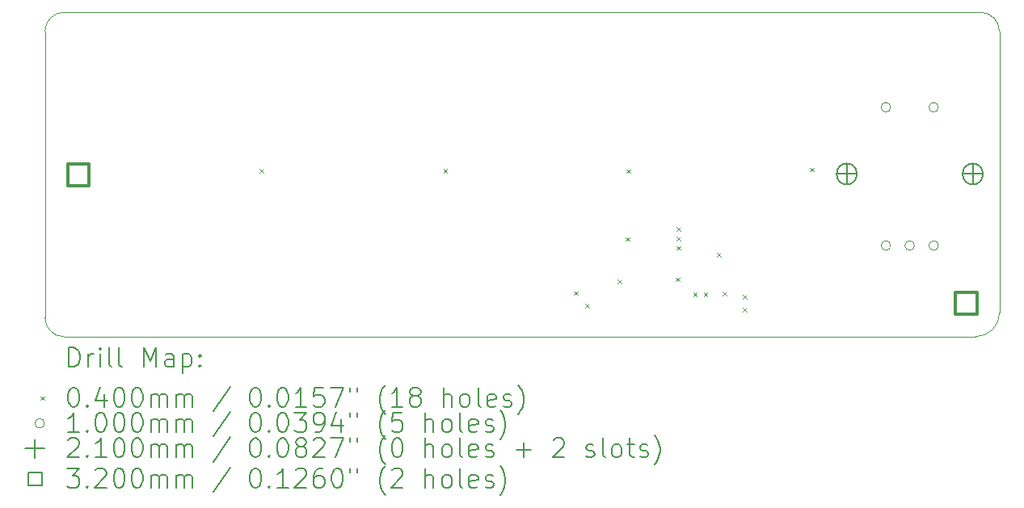
<source format=gbr>
%TF.GenerationSoftware,KiCad,Pcbnew,6.0.11-2627ca5db0~126~ubuntu22.04.1*%
%TF.CreationDate,2024-05-05T17:07:31-04:00*%
%TF.ProjectId,io-board,696f2d62-6f61-4726-942e-6b696361645f,rev?*%
%TF.SameCoordinates,Original*%
%TF.FileFunction,Drillmap*%
%TF.FilePolarity,Positive*%
%FSLAX45Y45*%
G04 Gerber Fmt 4.5, Leading zero omitted, Abs format (unit mm)*
G04 Created by KiCad (PCBNEW 6.0.11-2627ca5db0~126~ubuntu22.04.1) date 2024-05-05 17:07:31*
%MOMM*%
%LPD*%
G01*
G04 APERTURE LIST*
%ADD10C,0.100000*%
%ADD11C,0.200000*%
%ADD12C,0.040000*%
%ADD13C,0.210000*%
%ADD14C,0.320000*%
G04 APERTURE END LIST*
D10*
X19787260Y-7121000D02*
G75*
G03*
X19587260Y-6921000I-200000J0D01*
G01*
X9787260Y-7121000D02*
X9787260Y-10121000D01*
X9987260Y-6921000D02*
X19587260Y-6921000D01*
X19787260Y-10071000D02*
X19787260Y-7121000D01*
X9787260Y-10121000D02*
G75*
G03*
X9987260Y-10321000I200000J0D01*
G01*
X9987260Y-10321000D02*
X19537260Y-10321000D01*
X19537260Y-10321000D02*
G75*
G03*
X19787260Y-10071000I0J250000D01*
G01*
X9987260Y-6921000D02*
G75*
G03*
X9787260Y-7121000I0J-200000D01*
G01*
D11*
D12*
X12038260Y-8561000D02*
X12078260Y-8601000D01*
X12078260Y-8561000D02*
X12038260Y-8601000D01*
X13961260Y-8561000D02*
X14001260Y-8601000D01*
X14001260Y-8561000D02*
X13961260Y-8601000D01*
X15331712Y-9846548D02*
X15371712Y-9886548D01*
X15371712Y-9846548D02*
X15331712Y-9886548D01*
X15447260Y-9978950D02*
X15487260Y-10018950D01*
X15487260Y-9978950D02*
X15447260Y-10018950D01*
X15787260Y-9721000D02*
X15827260Y-9761000D01*
X15827260Y-9721000D02*
X15787260Y-9761000D01*
X15872260Y-9279000D02*
X15912260Y-9319000D01*
X15912260Y-9279000D02*
X15872260Y-9319000D01*
X15880260Y-8566000D02*
X15920260Y-8606000D01*
X15920260Y-8566000D02*
X15880260Y-8606000D01*
X16397260Y-9701000D02*
X16437260Y-9741000D01*
X16437260Y-9701000D02*
X16397260Y-9741000D01*
X16407260Y-9171000D02*
X16447260Y-9211000D01*
X16447260Y-9171000D02*
X16407260Y-9211000D01*
X16407260Y-9271000D02*
X16447260Y-9311000D01*
X16447260Y-9271000D02*
X16407260Y-9311000D01*
X16407260Y-9371000D02*
X16447260Y-9411000D01*
X16447260Y-9371000D02*
X16407260Y-9411000D01*
X16577260Y-9861000D02*
X16617260Y-9901000D01*
X16617260Y-9861000D02*
X16577260Y-9901000D01*
X16687260Y-9861000D02*
X16727260Y-9901000D01*
X16727260Y-9861000D02*
X16687260Y-9901000D01*
X16825260Y-9443000D02*
X16865260Y-9483000D01*
X16865260Y-9443000D02*
X16825260Y-9483000D01*
X16887260Y-9851000D02*
X16927260Y-9891000D01*
X16927260Y-9851000D02*
X16887260Y-9891000D01*
X17097260Y-9881000D02*
X17137260Y-9921000D01*
X17137260Y-9881000D02*
X17097260Y-9921000D01*
X17097260Y-10021000D02*
X17137260Y-10061000D01*
X17137260Y-10021000D02*
X17097260Y-10061000D01*
X17801260Y-8550000D02*
X17841260Y-8590000D01*
X17841260Y-8550000D02*
X17801260Y-8590000D01*
D10*
X18647260Y-7916000D02*
G75*
G03*
X18647260Y-7916000I-50000J0D01*
G01*
X18647260Y-9366000D02*
G75*
G03*
X18647260Y-9366000I-50000J0D01*
G01*
X18897260Y-9366000D02*
G75*
G03*
X18897260Y-9366000I-50000J0D01*
G01*
X19147260Y-7916000D02*
G75*
G03*
X19147260Y-7916000I-50000J0D01*
G01*
X19147260Y-9366000D02*
G75*
G03*
X19147260Y-9366000I-50000J0D01*
G01*
D13*
X18187260Y-8511000D02*
X18187260Y-8721000D01*
X18082260Y-8616000D02*
X18292260Y-8616000D01*
D11*
X18082260Y-8611000D02*
X18082260Y-8621000D01*
X18292260Y-8611000D02*
X18292260Y-8621000D01*
X18082260Y-8621000D02*
G75*
G03*
X18292260Y-8621000I105000J0D01*
G01*
X18292260Y-8611000D02*
G75*
G03*
X18082260Y-8611000I-105000J0D01*
G01*
D13*
X19507260Y-8511000D02*
X19507260Y-8721000D01*
X19402260Y-8616000D02*
X19612260Y-8616000D01*
D11*
X19402260Y-8611000D02*
X19402260Y-8621000D01*
X19612260Y-8611000D02*
X19612260Y-8621000D01*
X19402260Y-8621000D02*
G75*
G03*
X19612260Y-8621000I105000J0D01*
G01*
X19612260Y-8611000D02*
G75*
G03*
X19402260Y-8611000I-105000J0D01*
G01*
D14*
X10250398Y-8736138D02*
X10250398Y-8509862D01*
X10024122Y-8509862D01*
X10024122Y-8736138D01*
X10250398Y-8736138D01*
X19550398Y-10087138D02*
X19550398Y-9860862D01*
X19324122Y-9860862D01*
X19324122Y-10087138D01*
X19550398Y-10087138D01*
D11*
X10039879Y-10636476D02*
X10039879Y-10436476D01*
X10087498Y-10436476D01*
X10116069Y-10446000D01*
X10135117Y-10465048D01*
X10144641Y-10484095D01*
X10154165Y-10522190D01*
X10154165Y-10550762D01*
X10144641Y-10588857D01*
X10135117Y-10607905D01*
X10116069Y-10626952D01*
X10087498Y-10636476D01*
X10039879Y-10636476D01*
X10239879Y-10636476D02*
X10239879Y-10503143D01*
X10239879Y-10541238D02*
X10249403Y-10522190D01*
X10258926Y-10512667D01*
X10277974Y-10503143D01*
X10297022Y-10503143D01*
X10363688Y-10636476D02*
X10363688Y-10503143D01*
X10363688Y-10436476D02*
X10354165Y-10446000D01*
X10363688Y-10455524D01*
X10373212Y-10446000D01*
X10363688Y-10436476D01*
X10363688Y-10455524D01*
X10487498Y-10636476D02*
X10468450Y-10626952D01*
X10458926Y-10607905D01*
X10458926Y-10436476D01*
X10592260Y-10636476D02*
X10573212Y-10626952D01*
X10563688Y-10607905D01*
X10563688Y-10436476D01*
X10820831Y-10636476D02*
X10820831Y-10436476D01*
X10887498Y-10579333D01*
X10954165Y-10436476D01*
X10954165Y-10636476D01*
X11135117Y-10636476D02*
X11135117Y-10531714D01*
X11125593Y-10512667D01*
X11106546Y-10503143D01*
X11068450Y-10503143D01*
X11049403Y-10512667D01*
X11135117Y-10626952D02*
X11116069Y-10636476D01*
X11068450Y-10636476D01*
X11049403Y-10626952D01*
X11039879Y-10607905D01*
X11039879Y-10588857D01*
X11049403Y-10569810D01*
X11068450Y-10560286D01*
X11116069Y-10560286D01*
X11135117Y-10550762D01*
X11230355Y-10503143D02*
X11230355Y-10703143D01*
X11230355Y-10512667D02*
X11249403Y-10503143D01*
X11287498Y-10503143D01*
X11306545Y-10512667D01*
X11316069Y-10522190D01*
X11325593Y-10541238D01*
X11325593Y-10598381D01*
X11316069Y-10617429D01*
X11306545Y-10626952D01*
X11287498Y-10636476D01*
X11249403Y-10636476D01*
X11230355Y-10626952D01*
X11411307Y-10617429D02*
X11420831Y-10626952D01*
X11411307Y-10636476D01*
X11401784Y-10626952D01*
X11411307Y-10617429D01*
X11411307Y-10636476D01*
X11411307Y-10512667D02*
X11420831Y-10522190D01*
X11411307Y-10531714D01*
X11401784Y-10522190D01*
X11411307Y-10512667D01*
X11411307Y-10531714D01*
D12*
X9742260Y-10946000D02*
X9782260Y-10986000D01*
X9782260Y-10946000D02*
X9742260Y-10986000D01*
D11*
X10077974Y-10856476D02*
X10097022Y-10856476D01*
X10116069Y-10866000D01*
X10125593Y-10875524D01*
X10135117Y-10894571D01*
X10144641Y-10932667D01*
X10144641Y-10980286D01*
X10135117Y-11018381D01*
X10125593Y-11037429D01*
X10116069Y-11046952D01*
X10097022Y-11056476D01*
X10077974Y-11056476D01*
X10058926Y-11046952D01*
X10049403Y-11037429D01*
X10039879Y-11018381D01*
X10030355Y-10980286D01*
X10030355Y-10932667D01*
X10039879Y-10894571D01*
X10049403Y-10875524D01*
X10058926Y-10866000D01*
X10077974Y-10856476D01*
X10230355Y-11037429D02*
X10239879Y-11046952D01*
X10230355Y-11056476D01*
X10220831Y-11046952D01*
X10230355Y-11037429D01*
X10230355Y-11056476D01*
X10411307Y-10923143D02*
X10411307Y-11056476D01*
X10363688Y-10846952D02*
X10316069Y-10989810D01*
X10439879Y-10989810D01*
X10554165Y-10856476D02*
X10573212Y-10856476D01*
X10592260Y-10866000D01*
X10601784Y-10875524D01*
X10611307Y-10894571D01*
X10620831Y-10932667D01*
X10620831Y-10980286D01*
X10611307Y-11018381D01*
X10601784Y-11037429D01*
X10592260Y-11046952D01*
X10573212Y-11056476D01*
X10554165Y-11056476D01*
X10535117Y-11046952D01*
X10525593Y-11037429D01*
X10516069Y-11018381D01*
X10506546Y-10980286D01*
X10506546Y-10932667D01*
X10516069Y-10894571D01*
X10525593Y-10875524D01*
X10535117Y-10866000D01*
X10554165Y-10856476D01*
X10744641Y-10856476D02*
X10763688Y-10856476D01*
X10782736Y-10866000D01*
X10792260Y-10875524D01*
X10801784Y-10894571D01*
X10811307Y-10932667D01*
X10811307Y-10980286D01*
X10801784Y-11018381D01*
X10792260Y-11037429D01*
X10782736Y-11046952D01*
X10763688Y-11056476D01*
X10744641Y-11056476D01*
X10725593Y-11046952D01*
X10716069Y-11037429D01*
X10706546Y-11018381D01*
X10697022Y-10980286D01*
X10697022Y-10932667D01*
X10706546Y-10894571D01*
X10716069Y-10875524D01*
X10725593Y-10866000D01*
X10744641Y-10856476D01*
X10897022Y-11056476D02*
X10897022Y-10923143D01*
X10897022Y-10942190D02*
X10906546Y-10932667D01*
X10925593Y-10923143D01*
X10954165Y-10923143D01*
X10973212Y-10932667D01*
X10982736Y-10951714D01*
X10982736Y-11056476D01*
X10982736Y-10951714D02*
X10992260Y-10932667D01*
X11011307Y-10923143D01*
X11039879Y-10923143D01*
X11058926Y-10932667D01*
X11068450Y-10951714D01*
X11068450Y-11056476D01*
X11163688Y-11056476D02*
X11163688Y-10923143D01*
X11163688Y-10942190D02*
X11173212Y-10932667D01*
X11192260Y-10923143D01*
X11220831Y-10923143D01*
X11239879Y-10932667D01*
X11249403Y-10951714D01*
X11249403Y-11056476D01*
X11249403Y-10951714D02*
X11258926Y-10932667D01*
X11277974Y-10923143D01*
X11306545Y-10923143D01*
X11325593Y-10932667D01*
X11335117Y-10951714D01*
X11335117Y-11056476D01*
X11725593Y-10846952D02*
X11554164Y-11104095D01*
X11982736Y-10856476D02*
X12001784Y-10856476D01*
X12020831Y-10866000D01*
X12030355Y-10875524D01*
X12039879Y-10894571D01*
X12049403Y-10932667D01*
X12049403Y-10980286D01*
X12039879Y-11018381D01*
X12030355Y-11037429D01*
X12020831Y-11046952D01*
X12001784Y-11056476D01*
X11982736Y-11056476D01*
X11963688Y-11046952D01*
X11954164Y-11037429D01*
X11944641Y-11018381D01*
X11935117Y-10980286D01*
X11935117Y-10932667D01*
X11944641Y-10894571D01*
X11954164Y-10875524D01*
X11963688Y-10866000D01*
X11982736Y-10856476D01*
X12135117Y-11037429D02*
X12144641Y-11046952D01*
X12135117Y-11056476D01*
X12125593Y-11046952D01*
X12135117Y-11037429D01*
X12135117Y-11056476D01*
X12268450Y-10856476D02*
X12287498Y-10856476D01*
X12306545Y-10866000D01*
X12316069Y-10875524D01*
X12325593Y-10894571D01*
X12335117Y-10932667D01*
X12335117Y-10980286D01*
X12325593Y-11018381D01*
X12316069Y-11037429D01*
X12306545Y-11046952D01*
X12287498Y-11056476D01*
X12268450Y-11056476D01*
X12249403Y-11046952D01*
X12239879Y-11037429D01*
X12230355Y-11018381D01*
X12220831Y-10980286D01*
X12220831Y-10932667D01*
X12230355Y-10894571D01*
X12239879Y-10875524D01*
X12249403Y-10866000D01*
X12268450Y-10856476D01*
X12525593Y-11056476D02*
X12411307Y-11056476D01*
X12468450Y-11056476D02*
X12468450Y-10856476D01*
X12449403Y-10885048D01*
X12430355Y-10904095D01*
X12411307Y-10913619D01*
X12706545Y-10856476D02*
X12611307Y-10856476D01*
X12601784Y-10951714D01*
X12611307Y-10942190D01*
X12630355Y-10932667D01*
X12677974Y-10932667D01*
X12697022Y-10942190D01*
X12706545Y-10951714D01*
X12716069Y-10970762D01*
X12716069Y-11018381D01*
X12706545Y-11037429D01*
X12697022Y-11046952D01*
X12677974Y-11056476D01*
X12630355Y-11056476D01*
X12611307Y-11046952D01*
X12601784Y-11037429D01*
X12782736Y-10856476D02*
X12916069Y-10856476D01*
X12830355Y-11056476D01*
X12982736Y-10856476D02*
X12982736Y-10894571D01*
X13058926Y-10856476D02*
X13058926Y-10894571D01*
X13354164Y-11132667D02*
X13344641Y-11123143D01*
X13325593Y-11094571D01*
X13316069Y-11075524D01*
X13306545Y-11046952D01*
X13297022Y-10999333D01*
X13297022Y-10961238D01*
X13306545Y-10913619D01*
X13316069Y-10885048D01*
X13325593Y-10866000D01*
X13344641Y-10837429D01*
X13354164Y-10827905D01*
X13535117Y-11056476D02*
X13420831Y-11056476D01*
X13477974Y-11056476D02*
X13477974Y-10856476D01*
X13458926Y-10885048D01*
X13439879Y-10904095D01*
X13420831Y-10913619D01*
X13649403Y-10942190D02*
X13630355Y-10932667D01*
X13620831Y-10923143D01*
X13611307Y-10904095D01*
X13611307Y-10894571D01*
X13620831Y-10875524D01*
X13630355Y-10866000D01*
X13649403Y-10856476D01*
X13687498Y-10856476D01*
X13706545Y-10866000D01*
X13716069Y-10875524D01*
X13725593Y-10894571D01*
X13725593Y-10904095D01*
X13716069Y-10923143D01*
X13706545Y-10932667D01*
X13687498Y-10942190D01*
X13649403Y-10942190D01*
X13630355Y-10951714D01*
X13620831Y-10961238D01*
X13611307Y-10980286D01*
X13611307Y-11018381D01*
X13620831Y-11037429D01*
X13630355Y-11046952D01*
X13649403Y-11056476D01*
X13687498Y-11056476D01*
X13706545Y-11046952D01*
X13716069Y-11037429D01*
X13725593Y-11018381D01*
X13725593Y-10980286D01*
X13716069Y-10961238D01*
X13706545Y-10951714D01*
X13687498Y-10942190D01*
X13963688Y-11056476D02*
X13963688Y-10856476D01*
X14049403Y-11056476D02*
X14049403Y-10951714D01*
X14039879Y-10932667D01*
X14020831Y-10923143D01*
X13992260Y-10923143D01*
X13973212Y-10932667D01*
X13963688Y-10942190D01*
X14173212Y-11056476D02*
X14154164Y-11046952D01*
X14144641Y-11037429D01*
X14135117Y-11018381D01*
X14135117Y-10961238D01*
X14144641Y-10942190D01*
X14154164Y-10932667D01*
X14173212Y-10923143D01*
X14201784Y-10923143D01*
X14220831Y-10932667D01*
X14230355Y-10942190D01*
X14239879Y-10961238D01*
X14239879Y-11018381D01*
X14230355Y-11037429D01*
X14220831Y-11046952D01*
X14201784Y-11056476D01*
X14173212Y-11056476D01*
X14354164Y-11056476D02*
X14335117Y-11046952D01*
X14325593Y-11027905D01*
X14325593Y-10856476D01*
X14506545Y-11046952D02*
X14487498Y-11056476D01*
X14449403Y-11056476D01*
X14430355Y-11046952D01*
X14420831Y-11027905D01*
X14420831Y-10951714D01*
X14430355Y-10932667D01*
X14449403Y-10923143D01*
X14487498Y-10923143D01*
X14506545Y-10932667D01*
X14516069Y-10951714D01*
X14516069Y-10970762D01*
X14420831Y-10989810D01*
X14592260Y-11046952D02*
X14611307Y-11056476D01*
X14649403Y-11056476D01*
X14668450Y-11046952D01*
X14677974Y-11027905D01*
X14677974Y-11018381D01*
X14668450Y-10999333D01*
X14649403Y-10989810D01*
X14620831Y-10989810D01*
X14601784Y-10980286D01*
X14592260Y-10961238D01*
X14592260Y-10951714D01*
X14601784Y-10932667D01*
X14620831Y-10923143D01*
X14649403Y-10923143D01*
X14668450Y-10932667D01*
X14744641Y-11132667D02*
X14754164Y-11123143D01*
X14773212Y-11094571D01*
X14782736Y-11075524D01*
X14792260Y-11046952D01*
X14801784Y-10999333D01*
X14801784Y-10961238D01*
X14792260Y-10913619D01*
X14782736Y-10885048D01*
X14773212Y-10866000D01*
X14754164Y-10837429D01*
X14744641Y-10827905D01*
D10*
X9782260Y-11230000D02*
G75*
G03*
X9782260Y-11230000I-50000J0D01*
G01*
D11*
X10144641Y-11320476D02*
X10030355Y-11320476D01*
X10087498Y-11320476D02*
X10087498Y-11120476D01*
X10068450Y-11149048D01*
X10049403Y-11168095D01*
X10030355Y-11177619D01*
X10230355Y-11301428D02*
X10239879Y-11310952D01*
X10230355Y-11320476D01*
X10220831Y-11310952D01*
X10230355Y-11301428D01*
X10230355Y-11320476D01*
X10363688Y-11120476D02*
X10382736Y-11120476D01*
X10401784Y-11130000D01*
X10411307Y-11139524D01*
X10420831Y-11158571D01*
X10430355Y-11196667D01*
X10430355Y-11244286D01*
X10420831Y-11282381D01*
X10411307Y-11301428D01*
X10401784Y-11310952D01*
X10382736Y-11320476D01*
X10363688Y-11320476D01*
X10344641Y-11310952D01*
X10335117Y-11301428D01*
X10325593Y-11282381D01*
X10316069Y-11244286D01*
X10316069Y-11196667D01*
X10325593Y-11158571D01*
X10335117Y-11139524D01*
X10344641Y-11130000D01*
X10363688Y-11120476D01*
X10554165Y-11120476D02*
X10573212Y-11120476D01*
X10592260Y-11130000D01*
X10601784Y-11139524D01*
X10611307Y-11158571D01*
X10620831Y-11196667D01*
X10620831Y-11244286D01*
X10611307Y-11282381D01*
X10601784Y-11301428D01*
X10592260Y-11310952D01*
X10573212Y-11320476D01*
X10554165Y-11320476D01*
X10535117Y-11310952D01*
X10525593Y-11301428D01*
X10516069Y-11282381D01*
X10506546Y-11244286D01*
X10506546Y-11196667D01*
X10516069Y-11158571D01*
X10525593Y-11139524D01*
X10535117Y-11130000D01*
X10554165Y-11120476D01*
X10744641Y-11120476D02*
X10763688Y-11120476D01*
X10782736Y-11130000D01*
X10792260Y-11139524D01*
X10801784Y-11158571D01*
X10811307Y-11196667D01*
X10811307Y-11244286D01*
X10801784Y-11282381D01*
X10792260Y-11301428D01*
X10782736Y-11310952D01*
X10763688Y-11320476D01*
X10744641Y-11320476D01*
X10725593Y-11310952D01*
X10716069Y-11301428D01*
X10706546Y-11282381D01*
X10697022Y-11244286D01*
X10697022Y-11196667D01*
X10706546Y-11158571D01*
X10716069Y-11139524D01*
X10725593Y-11130000D01*
X10744641Y-11120476D01*
X10897022Y-11320476D02*
X10897022Y-11187143D01*
X10897022Y-11206190D02*
X10906546Y-11196667D01*
X10925593Y-11187143D01*
X10954165Y-11187143D01*
X10973212Y-11196667D01*
X10982736Y-11215714D01*
X10982736Y-11320476D01*
X10982736Y-11215714D02*
X10992260Y-11196667D01*
X11011307Y-11187143D01*
X11039879Y-11187143D01*
X11058926Y-11196667D01*
X11068450Y-11215714D01*
X11068450Y-11320476D01*
X11163688Y-11320476D02*
X11163688Y-11187143D01*
X11163688Y-11206190D02*
X11173212Y-11196667D01*
X11192260Y-11187143D01*
X11220831Y-11187143D01*
X11239879Y-11196667D01*
X11249403Y-11215714D01*
X11249403Y-11320476D01*
X11249403Y-11215714D02*
X11258926Y-11196667D01*
X11277974Y-11187143D01*
X11306545Y-11187143D01*
X11325593Y-11196667D01*
X11335117Y-11215714D01*
X11335117Y-11320476D01*
X11725593Y-11110952D02*
X11554164Y-11368095D01*
X11982736Y-11120476D02*
X12001784Y-11120476D01*
X12020831Y-11130000D01*
X12030355Y-11139524D01*
X12039879Y-11158571D01*
X12049403Y-11196667D01*
X12049403Y-11244286D01*
X12039879Y-11282381D01*
X12030355Y-11301428D01*
X12020831Y-11310952D01*
X12001784Y-11320476D01*
X11982736Y-11320476D01*
X11963688Y-11310952D01*
X11954164Y-11301428D01*
X11944641Y-11282381D01*
X11935117Y-11244286D01*
X11935117Y-11196667D01*
X11944641Y-11158571D01*
X11954164Y-11139524D01*
X11963688Y-11130000D01*
X11982736Y-11120476D01*
X12135117Y-11301428D02*
X12144641Y-11310952D01*
X12135117Y-11320476D01*
X12125593Y-11310952D01*
X12135117Y-11301428D01*
X12135117Y-11320476D01*
X12268450Y-11120476D02*
X12287498Y-11120476D01*
X12306545Y-11130000D01*
X12316069Y-11139524D01*
X12325593Y-11158571D01*
X12335117Y-11196667D01*
X12335117Y-11244286D01*
X12325593Y-11282381D01*
X12316069Y-11301428D01*
X12306545Y-11310952D01*
X12287498Y-11320476D01*
X12268450Y-11320476D01*
X12249403Y-11310952D01*
X12239879Y-11301428D01*
X12230355Y-11282381D01*
X12220831Y-11244286D01*
X12220831Y-11196667D01*
X12230355Y-11158571D01*
X12239879Y-11139524D01*
X12249403Y-11130000D01*
X12268450Y-11120476D01*
X12401784Y-11120476D02*
X12525593Y-11120476D01*
X12458926Y-11196667D01*
X12487498Y-11196667D01*
X12506545Y-11206190D01*
X12516069Y-11215714D01*
X12525593Y-11234762D01*
X12525593Y-11282381D01*
X12516069Y-11301428D01*
X12506545Y-11310952D01*
X12487498Y-11320476D01*
X12430355Y-11320476D01*
X12411307Y-11310952D01*
X12401784Y-11301428D01*
X12620831Y-11320476D02*
X12658926Y-11320476D01*
X12677974Y-11310952D01*
X12687498Y-11301428D01*
X12706545Y-11272857D01*
X12716069Y-11234762D01*
X12716069Y-11158571D01*
X12706545Y-11139524D01*
X12697022Y-11130000D01*
X12677974Y-11120476D01*
X12639879Y-11120476D01*
X12620831Y-11130000D01*
X12611307Y-11139524D01*
X12601784Y-11158571D01*
X12601784Y-11206190D01*
X12611307Y-11225238D01*
X12620831Y-11234762D01*
X12639879Y-11244286D01*
X12677974Y-11244286D01*
X12697022Y-11234762D01*
X12706545Y-11225238D01*
X12716069Y-11206190D01*
X12887498Y-11187143D02*
X12887498Y-11320476D01*
X12839879Y-11110952D02*
X12792260Y-11253809D01*
X12916069Y-11253809D01*
X12982736Y-11120476D02*
X12982736Y-11158571D01*
X13058926Y-11120476D02*
X13058926Y-11158571D01*
X13354164Y-11396667D02*
X13344641Y-11387143D01*
X13325593Y-11358571D01*
X13316069Y-11339524D01*
X13306545Y-11310952D01*
X13297022Y-11263333D01*
X13297022Y-11225238D01*
X13306545Y-11177619D01*
X13316069Y-11149048D01*
X13325593Y-11130000D01*
X13344641Y-11101429D01*
X13354164Y-11091905D01*
X13525593Y-11120476D02*
X13430355Y-11120476D01*
X13420831Y-11215714D01*
X13430355Y-11206190D01*
X13449403Y-11196667D01*
X13497022Y-11196667D01*
X13516069Y-11206190D01*
X13525593Y-11215714D01*
X13535117Y-11234762D01*
X13535117Y-11282381D01*
X13525593Y-11301428D01*
X13516069Y-11310952D01*
X13497022Y-11320476D01*
X13449403Y-11320476D01*
X13430355Y-11310952D01*
X13420831Y-11301428D01*
X13773212Y-11320476D02*
X13773212Y-11120476D01*
X13858926Y-11320476D02*
X13858926Y-11215714D01*
X13849403Y-11196667D01*
X13830355Y-11187143D01*
X13801784Y-11187143D01*
X13782736Y-11196667D01*
X13773212Y-11206190D01*
X13982736Y-11320476D02*
X13963688Y-11310952D01*
X13954164Y-11301428D01*
X13944641Y-11282381D01*
X13944641Y-11225238D01*
X13954164Y-11206190D01*
X13963688Y-11196667D01*
X13982736Y-11187143D01*
X14011307Y-11187143D01*
X14030355Y-11196667D01*
X14039879Y-11206190D01*
X14049403Y-11225238D01*
X14049403Y-11282381D01*
X14039879Y-11301428D01*
X14030355Y-11310952D01*
X14011307Y-11320476D01*
X13982736Y-11320476D01*
X14163688Y-11320476D02*
X14144641Y-11310952D01*
X14135117Y-11291905D01*
X14135117Y-11120476D01*
X14316069Y-11310952D02*
X14297022Y-11320476D01*
X14258926Y-11320476D01*
X14239879Y-11310952D01*
X14230355Y-11291905D01*
X14230355Y-11215714D01*
X14239879Y-11196667D01*
X14258926Y-11187143D01*
X14297022Y-11187143D01*
X14316069Y-11196667D01*
X14325593Y-11215714D01*
X14325593Y-11234762D01*
X14230355Y-11253809D01*
X14401784Y-11310952D02*
X14420831Y-11320476D01*
X14458926Y-11320476D01*
X14477974Y-11310952D01*
X14487498Y-11291905D01*
X14487498Y-11282381D01*
X14477974Y-11263333D01*
X14458926Y-11253809D01*
X14430355Y-11253809D01*
X14411307Y-11244286D01*
X14401784Y-11225238D01*
X14401784Y-11215714D01*
X14411307Y-11196667D01*
X14430355Y-11187143D01*
X14458926Y-11187143D01*
X14477974Y-11196667D01*
X14554164Y-11396667D02*
X14563688Y-11387143D01*
X14582736Y-11358571D01*
X14592260Y-11339524D01*
X14601784Y-11310952D01*
X14611307Y-11263333D01*
X14611307Y-11225238D01*
X14601784Y-11177619D01*
X14592260Y-11149048D01*
X14582736Y-11130000D01*
X14563688Y-11101429D01*
X14554164Y-11091905D01*
X9682260Y-11394000D02*
X9682260Y-11594000D01*
X9582260Y-11494000D02*
X9782260Y-11494000D01*
X10030355Y-11403524D02*
X10039879Y-11394000D01*
X10058926Y-11384476D01*
X10106546Y-11384476D01*
X10125593Y-11394000D01*
X10135117Y-11403524D01*
X10144641Y-11422571D01*
X10144641Y-11441619D01*
X10135117Y-11470190D01*
X10020831Y-11584476D01*
X10144641Y-11584476D01*
X10230355Y-11565428D02*
X10239879Y-11574952D01*
X10230355Y-11584476D01*
X10220831Y-11574952D01*
X10230355Y-11565428D01*
X10230355Y-11584476D01*
X10430355Y-11584476D02*
X10316069Y-11584476D01*
X10373212Y-11584476D02*
X10373212Y-11384476D01*
X10354165Y-11413048D01*
X10335117Y-11432095D01*
X10316069Y-11441619D01*
X10554165Y-11384476D02*
X10573212Y-11384476D01*
X10592260Y-11394000D01*
X10601784Y-11403524D01*
X10611307Y-11422571D01*
X10620831Y-11460667D01*
X10620831Y-11508286D01*
X10611307Y-11546381D01*
X10601784Y-11565428D01*
X10592260Y-11574952D01*
X10573212Y-11584476D01*
X10554165Y-11584476D01*
X10535117Y-11574952D01*
X10525593Y-11565428D01*
X10516069Y-11546381D01*
X10506546Y-11508286D01*
X10506546Y-11460667D01*
X10516069Y-11422571D01*
X10525593Y-11403524D01*
X10535117Y-11394000D01*
X10554165Y-11384476D01*
X10744641Y-11384476D02*
X10763688Y-11384476D01*
X10782736Y-11394000D01*
X10792260Y-11403524D01*
X10801784Y-11422571D01*
X10811307Y-11460667D01*
X10811307Y-11508286D01*
X10801784Y-11546381D01*
X10792260Y-11565428D01*
X10782736Y-11574952D01*
X10763688Y-11584476D01*
X10744641Y-11584476D01*
X10725593Y-11574952D01*
X10716069Y-11565428D01*
X10706546Y-11546381D01*
X10697022Y-11508286D01*
X10697022Y-11460667D01*
X10706546Y-11422571D01*
X10716069Y-11403524D01*
X10725593Y-11394000D01*
X10744641Y-11384476D01*
X10897022Y-11584476D02*
X10897022Y-11451143D01*
X10897022Y-11470190D02*
X10906546Y-11460667D01*
X10925593Y-11451143D01*
X10954165Y-11451143D01*
X10973212Y-11460667D01*
X10982736Y-11479714D01*
X10982736Y-11584476D01*
X10982736Y-11479714D02*
X10992260Y-11460667D01*
X11011307Y-11451143D01*
X11039879Y-11451143D01*
X11058926Y-11460667D01*
X11068450Y-11479714D01*
X11068450Y-11584476D01*
X11163688Y-11584476D02*
X11163688Y-11451143D01*
X11163688Y-11470190D02*
X11173212Y-11460667D01*
X11192260Y-11451143D01*
X11220831Y-11451143D01*
X11239879Y-11460667D01*
X11249403Y-11479714D01*
X11249403Y-11584476D01*
X11249403Y-11479714D02*
X11258926Y-11460667D01*
X11277974Y-11451143D01*
X11306545Y-11451143D01*
X11325593Y-11460667D01*
X11335117Y-11479714D01*
X11335117Y-11584476D01*
X11725593Y-11374952D02*
X11554164Y-11632095D01*
X11982736Y-11384476D02*
X12001784Y-11384476D01*
X12020831Y-11394000D01*
X12030355Y-11403524D01*
X12039879Y-11422571D01*
X12049403Y-11460667D01*
X12049403Y-11508286D01*
X12039879Y-11546381D01*
X12030355Y-11565428D01*
X12020831Y-11574952D01*
X12001784Y-11584476D01*
X11982736Y-11584476D01*
X11963688Y-11574952D01*
X11954164Y-11565428D01*
X11944641Y-11546381D01*
X11935117Y-11508286D01*
X11935117Y-11460667D01*
X11944641Y-11422571D01*
X11954164Y-11403524D01*
X11963688Y-11394000D01*
X11982736Y-11384476D01*
X12135117Y-11565428D02*
X12144641Y-11574952D01*
X12135117Y-11584476D01*
X12125593Y-11574952D01*
X12135117Y-11565428D01*
X12135117Y-11584476D01*
X12268450Y-11384476D02*
X12287498Y-11384476D01*
X12306545Y-11394000D01*
X12316069Y-11403524D01*
X12325593Y-11422571D01*
X12335117Y-11460667D01*
X12335117Y-11508286D01*
X12325593Y-11546381D01*
X12316069Y-11565428D01*
X12306545Y-11574952D01*
X12287498Y-11584476D01*
X12268450Y-11584476D01*
X12249403Y-11574952D01*
X12239879Y-11565428D01*
X12230355Y-11546381D01*
X12220831Y-11508286D01*
X12220831Y-11460667D01*
X12230355Y-11422571D01*
X12239879Y-11403524D01*
X12249403Y-11394000D01*
X12268450Y-11384476D01*
X12449403Y-11470190D02*
X12430355Y-11460667D01*
X12420831Y-11451143D01*
X12411307Y-11432095D01*
X12411307Y-11422571D01*
X12420831Y-11403524D01*
X12430355Y-11394000D01*
X12449403Y-11384476D01*
X12487498Y-11384476D01*
X12506545Y-11394000D01*
X12516069Y-11403524D01*
X12525593Y-11422571D01*
X12525593Y-11432095D01*
X12516069Y-11451143D01*
X12506545Y-11460667D01*
X12487498Y-11470190D01*
X12449403Y-11470190D01*
X12430355Y-11479714D01*
X12420831Y-11489238D01*
X12411307Y-11508286D01*
X12411307Y-11546381D01*
X12420831Y-11565428D01*
X12430355Y-11574952D01*
X12449403Y-11584476D01*
X12487498Y-11584476D01*
X12506545Y-11574952D01*
X12516069Y-11565428D01*
X12525593Y-11546381D01*
X12525593Y-11508286D01*
X12516069Y-11489238D01*
X12506545Y-11479714D01*
X12487498Y-11470190D01*
X12601784Y-11403524D02*
X12611307Y-11394000D01*
X12630355Y-11384476D01*
X12677974Y-11384476D01*
X12697022Y-11394000D01*
X12706545Y-11403524D01*
X12716069Y-11422571D01*
X12716069Y-11441619D01*
X12706545Y-11470190D01*
X12592260Y-11584476D01*
X12716069Y-11584476D01*
X12782736Y-11384476D02*
X12916069Y-11384476D01*
X12830355Y-11584476D01*
X12982736Y-11384476D02*
X12982736Y-11422571D01*
X13058926Y-11384476D02*
X13058926Y-11422571D01*
X13354164Y-11660667D02*
X13344641Y-11651143D01*
X13325593Y-11622571D01*
X13316069Y-11603524D01*
X13306545Y-11574952D01*
X13297022Y-11527333D01*
X13297022Y-11489238D01*
X13306545Y-11441619D01*
X13316069Y-11413048D01*
X13325593Y-11394000D01*
X13344641Y-11365428D01*
X13354164Y-11355905D01*
X13468450Y-11384476D02*
X13487498Y-11384476D01*
X13506545Y-11394000D01*
X13516069Y-11403524D01*
X13525593Y-11422571D01*
X13535117Y-11460667D01*
X13535117Y-11508286D01*
X13525593Y-11546381D01*
X13516069Y-11565428D01*
X13506545Y-11574952D01*
X13487498Y-11584476D01*
X13468450Y-11584476D01*
X13449403Y-11574952D01*
X13439879Y-11565428D01*
X13430355Y-11546381D01*
X13420831Y-11508286D01*
X13420831Y-11460667D01*
X13430355Y-11422571D01*
X13439879Y-11403524D01*
X13449403Y-11394000D01*
X13468450Y-11384476D01*
X13773212Y-11584476D02*
X13773212Y-11384476D01*
X13858926Y-11584476D02*
X13858926Y-11479714D01*
X13849403Y-11460667D01*
X13830355Y-11451143D01*
X13801784Y-11451143D01*
X13782736Y-11460667D01*
X13773212Y-11470190D01*
X13982736Y-11584476D02*
X13963688Y-11574952D01*
X13954164Y-11565428D01*
X13944641Y-11546381D01*
X13944641Y-11489238D01*
X13954164Y-11470190D01*
X13963688Y-11460667D01*
X13982736Y-11451143D01*
X14011307Y-11451143D01*
X14030355Y-11460667D01*
X14039879Y-11470190D01*
X14049403Y-11489238D01*
X14049403Y-11546381D01*
X14039879Y-11565428D01*
X14030355Y-11574952D01*
X14011307Y-11584476D01*
X13982736Y-11584476D01*
X14163688Y-11584476D02*
X14144641Y-11574952D01*
X14135117Y-11555905D01*
X14135117Y-11384476D01*
X14316069Y-11574952D02*
X14297022Y-11584476D01*
X14258926Y-11584476D01*
X14239879Y-11574952D01*
X14230355Y-11555905D01*
X14230355Y-11479714D01*
X14239879Y-11460667D01*
X14258926Y-11451143D01*
X14297022Y-11451143D01*
X14316069Y-11460667D01*
X14325593Y-11479714D01*
X14325593Y-11498762D01*
X14230355Y-11517809D01*
X14401784Y-11574952D02*
X14420831Y-11584476D01*
X14458926Y-11584476D01*
X14477974Y-11574952D01*
X14487498Y-11555905D01*
X14487498Y-11546381D01*
X14477974Y-11527333D01*
X14458926Y-11517809D01*
X14430355Y-11517809D01*
X14411307Y-11508286D01*
X14401784Y-11489238D01*
X14401784Y-11479714D01*
X14411307Y-11460667D01*
X14430355Y-11451143D01*
X14458926Y-11451143D01*
X14477974Y-11460667D01*
X14725593Y-11508286D02*
X14877974Y-11508286D01*
X14801784Y-11584476D02*
X14801784Y-11432095D01*
X15116069Y-11403524D02*
X15125593Y-11394000D01*
X15144641Y-11384476D01*
X15192260Y-11384476D01*
X15211307Y-11394000D01*
X15220831Y-11403524D01*
X15230355Y-11422571D01*
X15230355Y-11441619D01*
X15220831Y-11470190D01*
X15106545Y-11584476D01*
X15230355Y-11584476D01*
X15458926Y-11574952D02*
X15477974Y-11584476D01*
X15516069Y-11584476D01*
X15535117Y-11574952D01*
X15544641Y-11555905D01*
X15544641Y-11546381D01*
X15535117Y-11527333D01*
X15516069Y-11517809D01*
X15487498Y-11517809D01*
X15468450Y-11508286D01*
X15458926Y-11489238D01*
X15458926Y-11479714D01*
X15468450Y-11460667D01*
X15487498Y-11451143D01*
X15516069Y-11451143D01*
X15535117Y-11460667D01*
X15658926Y-11584476D02*
X15639879Y-11574952D01*
X15630355Y-11555905D01*
X15630355Y-11384476D01*
X15763688Y-11584476D02*
X15744641Y-11574952D01*
X15735117Y-11565428D01*
X15725593Y-11546381D01*
X15725593Y-11489238D01*
X15735117Y-11470190D01*
X15744641Y-11460667D01*
X15763688Y-11451143D01*
X15792260Y-11451143D01*
X15811307Y-11460667D01*
X15820831Y-11470190D01*
X15830355Y-11489238D01*
X15830355Y-11546381D01*
X15820831Y-11565428D01*
X15811307Y-11574952D01*
X15792260Y-11584476D01*
X15763688Y-11584476D01*
X15887498Y-11451143D02*
X15963688Y-11451143D01*
X15916069Y-11384476D02*
X15916069Y-11555905D01*
X15925593Y-11574952D01*
X15944641Y-11584476D01*
X15963688Y-11584476D01*
X16020831Y-11574952D02*
X16039879Y-11584476D01*
X16077974Y-11584476D01*
X16097022Y-11574952D01*
X16106545Y-11555905D01*
X16106545Y-11546381D01*
X16097022Y-11527333D01*
X16077974Y-11517809D01*
X16049403Y-11517809D01*
X16030355Y-11508286D01*
X16020831Y-11489238D01*
X16020831Y-11479714D01*
X16030355Y-11460667D01*
X16049403Y-11451143D01*
X16077974Y-11451143D01*
X16097022Y-11460667D01*
X16173212Y-11660667D02*
X16182736Y-11651143D01*
X16201784Y-11622571D01*
X16211307Y-11603524D01*
X16220831Y-11574952D01*
X16230355Y-11527333D01*
X16230355Y-11489238D01*
X16220831Y-11441619D01*
X16211307Y-11413048D01*
X16201784Y-11394000D01*
X16182736Y-11365428D01*
X16173212Y-11355905D01*
X9752971Y-11884711D02*
X9752971Y-11743289D01*
X9611548Y-11743289D01*
X9611548Y-11884711D01*
X9752971Y-11884711D01*
X10020831Y-11704476D02*
X10144641Y-11704476D01*
X10077974Y-11780667D01*
X10106546Y-11780667D01*
X10125593Y-11790190D01*
X10135117Y-11799714D01*
X10144641Y-11818762D01*
X10144641Y-11866381D01*
X10135117Y-11885428D01*
X10125593Y-11894952D01*
X10106546Y-11904476D01*
X10049403Y-11904476D01*
X10030355Y-11894952D01*
X10020831Y-11885428D01*
X10230355Y-11885428D02*
X10239879Y-11894952D01*
X10230355Y-11904476D01*
X10220831Y-11894952D01*
X10230355Y-11885428D01*
X10230355Y-11904476D01*
X10316069Y-11723524D02*
X10325593Y-11714000D01*
X10344641Y-11704476D01*
X10392260Y-11704476D01*
X10411307Y-11714000D01*
X10420831Y-11723524D01*
X10430355Y-11742571D01*
X10430355Y-11761619D01*
X10420831Y-11790190D01*
X10306546Y-11904476D01*
X10430355Y-11904476D01*
X10554165Y-11704476D02*
X10573212Y-11704476D01*
X10592260Y-11714000D01*
X10601784Y-11723524D01*
X10611307Y-11742571D01*
X10620831Y-11780667D01*
X10620831Y-11828286D01*
X10611307Y-11866381D01*
X10601784Y-11885428D01*
X10592260Y-11894952D01*
X10573212Y-11904476D01*
X10554165Y-11904476D01*
X10535117Y-11894952D01*
X10525593Y-11885428D01*
X10516069Y-11866381D01*
X10506546Y-11828286D01*
X10506546Y-11780667D01*
X10516069Y-11742571D01*
X10525593Y-11723524D01*
X10535117Y-11714000D01*
X10554165Y-11704476D01*
X10744641Y-11704476D02*
X10763688Y-11704476D01*
X10782736Y-11714000D01*
X10792260Y-11723524D01*
X10801784Y-11742571D01*
X10811307Y-11780667D01*
X10811307Y-11828286D01*
X10801784Y-11866381D01*
X10792260Y-11885428D01*
X10782736Y-11894952D01*
X10763688Y-11904476D01*
X10744641Y-11904476D01*
X10725593Y-11894952D01*
X10716069Y-11885428D01*
X10706546Y-11866381D01*
X10697022Y-11828286D01*
X10697022Y-11780667D01*
X10706546Y-11742571D01*
X10716069Y-11723524D01*
X10725593Y-11714000D01*
X10744641Y-11704476D01*
X10897022Y-11904476D02*
X10897022Y-11771143D01*
X10897022Y-11790190D02*
X10906546Y-11780667D01*
X10925593Y-11771143D01*
X10954165Y-11771143D01*
X10973212Y-11780667D01*
X10982736Y-11799714D01*
X10982736Y-11904476D01*
X10982736Y-11799714D02*
X10992260Y-11780667D01*
X11011307Y-11771143D01*
X11039879Y-11771143D01*
X11058926Y-11780667D01*
X11068450Y-11799714D01*
X11068450Y-11904476D01*
X11163688Y-11904476D02*
X11163688Y-11771143D01*
X11163688Y-11790190D02*
X11173212Y-11780667D01*
X11192260Y-11771143D01*
X11220831Y-11771143D01*
X11239879Y-11780667D01*
X11249403Y-11799714D01*
X11249403Y-11904476D01*
X11249403Y-11799714D02*
X11258926Y-11780667D01*
X11277974Y-11771143D01*
X11306545Y-11771143D01*
X11325593Y-11780667D01*
X11335117Y-11799714D01*
X11335117Y-11904476D01*
X11725593Y-11694952D02*
X11554164Y-11952095D01*
X11982736Y-11704476D02*
X12001784Y-11704476D01*
X12020831Y-11714000D01*
X12030355Y-11723524D01*
X12039879Y-11742571D01*
X12049403Y-11780667D01*
X12049403Y-11828286D01*
X12039879Y-11866381D01*
X12030355Y-11885428D01*
X12020831Y-11894952D01*
X12001784Y-11904476D01*
X11982736Y-11904476D01*
X11963688Y-11894952D01*
X11954164Y-11885428D01*
X11944641Y-11866381D01*
X11935117Y-11828286D01*
X11935117Y-11780667D01*
X11944641Y-11742571D01*
X11954164Y-11723524D01*
X11963688Y-11714000D01*
X11982736Y-11704476D01*
X12135117Y-11885428D02*
X12144641Y-11894952D01*
X12135117Y-11904476D01*
X12125593Y-11894952D01*
X12135117Y-11885428D01*
X12135117Y-11904476D01*
X12335117Y-11904476D02*
X12220831Y-11904476D01*
X12277974Y-11904476D02*
X12277974Y-11704476D01*
X12258926Y-11733048D01*
X12239879Y-11752095D01*
X12220831Y-11761619D01*
X12411307Y-11723524D02*
X12420831Y-11714000D01*
X12439879Y-11704476D01*
X12487498Y-11704476D01*
X12506545Y-11714000D01*
X12516069Y-11723524D01*
X12525593Y-11742571D01*
X12525593Y-11761619D01*
X12516069Y-11790190D01*
X12401784Y-11904476D01*
X12525593Y-11904476D01*
X12697022Y-11704476D02*
X12658926Y-11704476D01*
X12639879Y-11714000D01*
X12630355Y-11723524D01*
X12611307Y-11752095D01*
X12601784Y-11790190D01*
X12601784Y-11866381D01*
X12611307Y-11885428D01*
X12620831Y-11894952D01*
X12639879Y-11904476D01*
X12677974Y-11904476D01*
X12697022Y-11894952D01*
X12706545Y-11885428D01*
X12716069Y-11866381D01*
X12716069Y-11818762D01*
X12706545Y-11799714D01*
X12697022Y-11790190D01*
X12677974Y-11780667D01*
X12639879Y-11780667D01*
X12620831Y-11790190D01*
X12611307Y-11799714D01*
X12601784Y-11818762D01*
X12839879Y-11704476D02*
X12858926Y-11704476D01*
X12877974Y-11714000D01*
X12887498Y-11723524D01*
X12897022Y-11742571D01*
X12906545Y-11780667D01*
X12906545Y-11828286D01*
X12897022Y-11866381D01*
X12887498Y-11885428D01*
X12877974Y-11894952D01*
X12858926Y-11904476D01*
X12839879Y-11904476D01*
X12820831Y-11894952D01*
X12811307Y-11885428D01*
X12801784Y-11866381D01*
X12792260Y-11828286D01*
X12792260Y-11780667D01*
X12801784Y-11742571D01*
X12811307Y-11723524D01*
X12820831Y-11714000D01*
X12839879Y-11704476D01*
X12982736Y-11704476D02*
X12982736Y-11742571D01*
X13058926Y-11704476D02*
X13058926Y-11742571D01*
X13354164Y-11980667D02*
X13344641Y-11971143D01*
X13325593Y-11942571D01*
X13316069Y-11923524D01*
X13306545Y-11894952D01*
X13297022Y-11847333D01*
X13297022Y-11809238D01*
X13306545Y-11761619D01*
X13316069Y-11733048D01*
X13325593Y-11714000D01*
X13344641Y-11685428D01*
X13354164Y-11675905D01*
X13420831Y-11723524D02*
X13430355Y-11714000D01*
X13449403Y-11704476D01*
X13497022Y-11704476D01*
X13516069Y-11714000D01*
X13525593Y-11723524D01*
X13535117Y-11742571D01*
X13535117Y-11761619D01*
X13525593Y-11790190D01*
X13411307Y-11904476D01*
X13535117Y-11904476D01*
X13773212Y-11904476D02*
X13773212Y-11704476D01*
X13858926Y-11904476D02*
X13858926Y-11799714D01*
X13849403Y-11780667D01*
X13830355Y-11771143D01*
X13801784Y-11771143D01*
X13782736Y-11780667D01*
X13773212Y-11790190D01*
X13982736Y-11904476D02*
X13963688Y-11894952D01*
X13954164Y-11885428D01*
X13944641Y-11866381D01*
X13944641Y-11809238D01*
X13954164Y-11790190D01*
X13963688Y-11780667D01*
X13982736Y-11771143D01*
X14011307Y-11771143D01*
X14030355Y-11780667D01*
X14039879Y-11790190D01*
X14049403Y-11809238D01*
X14049403Y-11866381D01*
X14039879Y-11885428D01*
X14030355Y-11894952D01*
X14011307Y-11904476D01*
X13982736Y-11904476D01*
X14163688Y-11904476D02*
X14144641Y-11894952D01*
X14135117Y-11875905D01*
X14135117Y-11704476D01*
X14316069Y-11894952D02*
X14297022Y-11904476D01*
X14258926Y-11904476D01*
X14239879Y-11894952D01*
X14230355Y-11875905D01*
X14230355Y-11799714D01*
X14239879Y-11780667D01*
X14258926Y-11771143D01*
X14297022Y-11771143D01*
X14316069Y-11780667D01*
X14325593Y-11799714D01*
X14325593Y-11818762D01*
X14230355Y-11837809D01*
X14401784Y-11894952D02*
X14420831Y-11904476D01*
X14458926Y-11904476D01*
X14477974Y-11894952D01*
X14487498Y-11875905D01*
X14487498Y-11866381D01*
X14477974Y-11847333D01*
X14458926Y-11837809D01*
X14430355Y-11837809D01*
X14411307Y-11828286D01*
X14401784Y-11809238D01*
X14401784Y-11799714D01*
X14411307Y-11780667D01*
X14430355Y-11771143D01*
X14458926Y-11771143D01*
X14477974Y-11780667D01*
X14554164Y-11980667D02*
X14563688Y-11971143D01*
X14582736Y-11942571D01*
X14592260Y-11923524D01*
X14601784Y-11894952D01*
X14611307Y-11847333D01*
X14611307Y-11809238D01*
X14601784Y-11761619D01*
X14592260Y-11733048D01*
X14582736Y-11714000D01*
X14563688Y-11685428D01*
X14554164Y-11675905D01*
M02*

</source>
